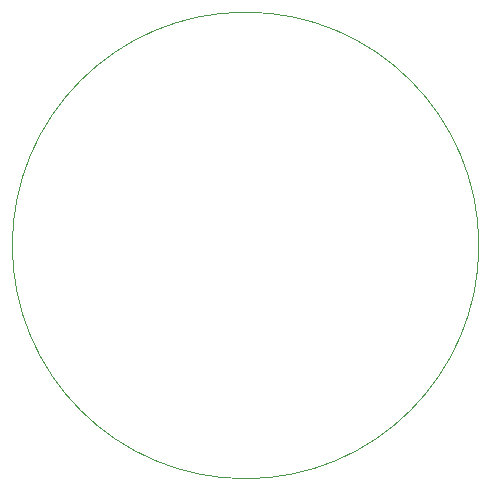
<source format=gbr>
%TF.GenerationSoftware,KiCad,Pcbnew,7.0.5*%
%TF.CreationDate,2024-01-30T14:43:17+01:00*%
%TF.ProjectId,DelaySw,44656c61-7953-4772-9e6b-696361645f70,rev?*%
%TF.SameCoordinates,Original*%
%TF.FileFunction,Profile,NP*%
%FSLAX46Y46*%
G04 Gerber Fmt 4.6, Leading zero omitted, Abs format (unit mm)*
G04 Created by KiCad (PCBNEW 7.0.5) date 2024-01-30 14:43:17*
%MOMM*%
%LPD*%
G01*
G04 APERTURE LIST*
%TA.AperFunction,Profile*%
%ADD10C,0.100000*%
%TD*%
G04 APERTURE END LIST*
D10*
X62890058Y-42037000D02*
G75*
G03*
X62890058Y-42037000I-19751217J0D01*
G01*
M02*

</source>
